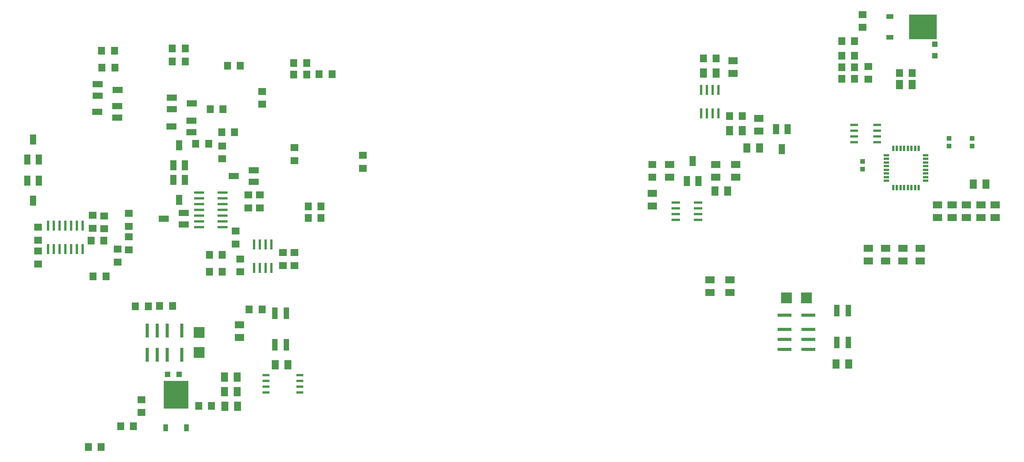
<source format=gtp>
%MOIN*%
%OFA0B0*%
%FSLAX34Y34*%
%IPPOS*%
%LPD*%
%AMOC8*
5,1,8,0,0,$1,22.5*%
%AMOC80*
5,1,8,0,0,$1,22.5*%
%ADD10R,0.070866141732283464X0.062992125984251982*%
%ADD11R,0.062992125984251982X0.070866141732283464*%
%ADD12R,0.023622047244094488X0.086614173228346469*%
%ADD13R,0.086614173228346469X0.023622047244094488*%
%ADD14R,0.031496062992125991X0.12204724409448819*%
%ADD15R,0.05X0.1*%
%ADD16R,0.062992125984251982X0.070984251968503942*%
%ADD17R,0.052000000000000005X0.086000000000000007*%
%ADD18R,0.070984251968503942X0.062992125984251982*%
%ADD19R,0.086000000000000007X0.052000000000000005*%
%ADD20R,0.07874015748031496X0.062992125984251982*%
%ADD21R,0.062992125984251982X0.07874015748031496*%
%ADD22R,0.03937007874015748X0.062992125984251982*%
%ADD23R,0.21259842519685043X0.24409448818897639*%
%ADD24R,0.061000000000000006X0.021*%
%ADD25R,0.094488188976377951X0.094488188976377951*%
%ADD26R,0.05X0.05*%
%ADD37R,0.03937007874015748X0.043307086614173235*%
%ADD38R,0.070866141732283464X0.062992125984251982*%
%ADD39R,0.062992125984251982X0.070866141732283464*%
%ADD40R,0.024000000000000004X0.087000000000000008*%
%ADD41R,0.062992125984251982X0.07874015748031496*%
%ADD42R,0.07874015748031496X0.062992125984251982*%
%ADD43R,0.052000000000000005X0.086000000000000007*%
%ADD44R,0.078000000000000014X0.022*%
%ADD45R,0.05X0.022*%
%ADD46R,0.022X0.05*%
%ADD47R,0.12204724409448819X0.031496062992125991*%
%ADD48R,0.05X0.1*%
%ADD49R,0.062992125984251982X0.03937007874015748*%
%ADD50R,0.24409448818897639X0.21259842519685043*%
%ADD51R,0.094488188976377951X0.094488188976377951*%
%ADD52R,0.05X0.05*%
%ADD53R,0.067716535433070865X0.023622047244094488*%
G75*
%LPD*%
G01*
D10*
X0011811Y0015354D02*
X0032356Y0033111D03*
X0032356Y0032008D03*
D11*
X0033149Y0028725D03*
X0034251Y0028725D03*
X0023112Y0018604D03*
X0022009Y0018604D03*
X0028759Y0020354D03*
X0029862Y0020354D03*
D10*
X0023811Y0019803D03*
X0023811Y0020905D03*
D12*
X0016203Y0033962D03*
X0016203Y0036009D03*
X0015703Y0033962D03*
X0016703Y0033962D03*
X0017203Y0033962D03*
X0015703Y0036009D03*
X0016703Y0036009D03*
X0017203Y0036009D03*
X0018203Y0033962D03*
X0018203Y0036009D03*
X0017703Y0033962D03*
X0018703Y0033962D03*
X0017703Y0036009D03*
X0018703Y0036009D03*
D13*
X0030834Y0036354D03*
X0028787Y0036354D03*
X0030834Y0035854D03*
X0030834Y0036854D03*
X0030834Y0037354D03*
X0028787Y0035854D03*
X0028787Y0036854D03*
X0028787Y0037354D03*
X0030834Y0038354D03*
X0028787Y0038354D03*
X0030834Y0037854D03*
X0030834Y0038854D03*
X0028787Y0037854D03*
X0028787Y0038854D03*
D12*
X0034561Y0034377D03*
X0034561Y0032330D03*
X0035061Y0034377D03*
X0034061Y0034377D03*
X0033561Y0034377D03*
X0035061Y0032330D03*
X0034061Y0032330D03*
X0033561Y0032330D03*
D14*
X0027307Y0026897D03*
X0026047Y0026897D03*
X0025181Y0026897D03*
X0024314Y0026897D03*
X0027307Y0024811D03*
X0026047Y0024811D03*
X0025181Y0024811D03*
X0024314Y0024811D03*
D15*
X0035362Y0025660D03*
X0036362Y0025660D03*
X0036362Y0028415D03*
X0035362Y0028415D03*
D16*
X0029690Y0033483D03*
X0030810Y0033483D03*
X0032370Y0049861D03*
X0031251Y0049861D03*
X0037001Y0050104D03*
X0038120Y0050104D03*
X0027599Y0050246D03*
X0026479Y0050246D03*
X0030870Y0046104D03*
X0029751Y0046104D03*
D17*
X0026559Y0041238D03*
X0027061Y0042970D03*
X0027562Y0041238D03*
D16*
X0038120Y0049104D03*
X0037001Y0049104D03*
D18*
X0034257Y0047649D03*
X0034257Y0046529D03*
X0030810Y0041794D03*
X0030810Y0042914D03*
D16*
X0031870Y0044104D03*
X0030751Y0044104D03*
D18*
X0037061Y0042770D03*
X0037061Y0041650D03*
X0043002Y0042096D03*
X0043002Y0040977D03*
D19*
X0033540Y0039785D03*
X0031808Y0040286D03*
X0033540Y0040787D03*
X0028127Y0044103D03*
X0026394Y0044604D03*
X0028127Y0045105D03*
D17*
X0027562Y0039970D03*
X0027061Y0038238D03*
X0026559Y0039970D03*
D18*
X0021729Y0033970D03*
X0021729Y0032850D03*
D16*
X0020732Y0031595D03*
X0019612Y0031595D03*
D17*
X0014912Y0039899D03*
X0014411Y0038166D03*
X0013909Y0039899D03*
X0013909Y0041725D03*
X0014411Y0043457D03*
X0014912Y0041725D03*
D18*
X0014831Y0032675D03*
X0014831Y0033795D03*
X0037061Y0032544D03*
X0037061Y0033664D03*
D16*
X0028501Y0043104D03*
X0029620Y0043104D03*
D19*
X0021704Y0045379D03*
X0019971Y0045880D03*
X0021704Y0046381D03*
X0019995Y0048270D03*
X0021728Y0047769D03*
X0019995Y0047268D03*
D18*
X0022696Y0035938D03*
X0022696Y0037058D03*
D16*
X0023281Y0029012D03*
X0024401Y0029012D03*
D19*
X0027477Y0036103D03*
X0025744Y0036604D03*
X0027477Y0037105D03*
D20*
X0032310Y0026303D03*
X0032310Y0027405D03*
D16*
X0029697Y0031995D03*
X0030816Y0031995D03*
D18*
X0036061Y0032544D03*
X0036061Y0033664D03*
X0031972Y0035526D03*
X0031972Y0034406D03*
D21*
X0032112Y0022854D03*
X0031009Y0022854D03*
D18*
X0034061Y0038664D03*
X0034061Y0037544D03*
D16*
X0039370Y0036664D03*
X0038251Y0036664D03*
X0039370Y0037672D03*
X0038251Y0037672D03*
D21*
X0031009Y0021604D03*
X0032112Y0021604D03*
X0035401Y0023942D03*
X0036503Y0023942D03*
D16*
X0026494Y0029044D03*
X0025375Y0029044D03*
D18*
X0033061Y0037544D03*
X0033061Y0038664D03*
X0014831Y0035856D03*
X0014831Y0034736D03*
X0022702Y0033917D03*
X0022702Y0035036D03*
X0020557Y0035725D03*
X0020557Y0036845D03*
X0019578Y0035765D03*
X0019578Y0036884D03*
D16*
X0020343Y0051177D03*
X0021462Y0051177D03*
D22*
X0025913Y0018464D03*
X0027708Y0018464D03*
D23*
X0026811Y0021338D03*
D24*
X0034601Y0023020D03*
X0034601Y0022520D03*
X0034601Y0022020D03*
X0034601Y0021520D03*
X0037521Y0021520D03*
X0037521Y0022020D03*
X0037521Y0022520D03*
X0037521Y0023020D03*
D19*
X0026444Y0047105D03*
X0028177Y0046604D03*
X0026444Y0046103D03*
D25*
X0028811Y0026720D03*
X0028811Y0024988D03*
D26*
X0026060Y0023104D03*
X0027061Y0023104D03*
D16*
X0020366Y0049690D03*
X0021486Y0049690D03*
X0040320Y0049125D03*
X0039200Y0049125D03*
D11*
X0019201Y0016809D03*
X0020303Y0016809D03*
D21*
X0032122Y0020329D03*
X0031019Y0020329D03*
D16*
X0020546Y0034708D03*
X0019426Y0034708D03*
X0026475Y0051378D03*
X0027595Y0051378D03*
G04 next file*
%LPD*%
G04 EAGLE Gerber RS-274X export*
G75*
G01*
D37*
X0062598Y0015748D02*
X0095848Y0043582D03*
X0095848Y0042913D03*
X0093848Y0043582D03*
X0093848Y0042913D03*
D38*
X0068098Y0041299D03*
X0068098Y0040196D03*
D39*
X0073649Y0050497D03*
X0072547Y0050497D03*
X0074797Y0045498D03*
X0075899Y0045498D03*
D40*
X0072348Y0045718D03*
X0072848Y0045718D03*
X0073348Y0045718D03*
X0073848Y0045718D03*
X0073848Y0047778D03*
X0073348Y0047778D03*
X0072848Y0047778D03*
X0072348Y0047778D03*
D41*
X0072547Y0049248D03*
X0073649Y0049248D03*
X0074797Y0044248D03*
X0075899Y0044248D03*
X0076297Y0042748D03*
X0077399Y0042748D03*
D42*
X0077348Y0045299D03*
X0077348Y0044196D03*
D43*
X0079849Y0044364D03*
X0079348Y0042631D03*
X0078847Y0044364D03*
D41*
X0090649Y0048248D03*
X0089547Y0048248D03*
D42*
X0075098Y0050299D03*
X0075098Y0049196D03*
X0069598Y0040196D03*
X0069598Y0041299D03*
D41*
X0073547Y0038998D03*
X0074649Y0038998D03*
D42*
X0074848Y0031299D03*
X0074848Y0030196D03*
X0068098Y0037696D03*
X0068098Y0038799D03*
X0075348Y0041299D03*
X0075348Y0040196D03*
X0073598Y0041299D03*
X0073598Y0040196D03*
D43*
X0071097Y0039881D03*
X0071598Y0041614D03*
X0072099Y0039881D03*
D44*
X0072068Y0036498D03*
X0072068Y0036998D03*
X0072068Y0037498D03*
X0072068Y0037998D03*
X0070128Y0037998D03*
X0070128Y0037498D03*
X0070128Y0036998D03*
X0070128Y0036498D03*
D45*
X0091788Y0039895D03*
X0091788Y0040210D03*
X0091788Y0040525D03*
X0091788Y0040840D03*
X0091788Y0041155D03*
X0091788Y0041470D03*
X0091788Y0041785D03*
X0091788Y0042100D03*
D46*
X0091200Y0042688D03*
X0090885Y0042688D03*
X0090570Y0042688D03*
X0090255Y0042688D03*
X0089940Y0042688D03*
X0089625Y0042688D03*
X0089311Y0042688D03*
X0088996Y0042688D03*
D45*
X0088408Y0042100D03*
X0088408Y0041785D03*
X0088408Y0041470D03*
X0088408Y0041155D03*
X0088408Y0040840D03*
X0088408Y0040525D03*
X0088408Y0040210D03*
X0088408Y0039895D03*
D46*
X0088996Y0039308D03*
X0089311Y0039308D03*
X0089625Y0039308D03*
X0089940Y0039308D03*
X0090255Y0039308D03*
X0090570Y0039308D03*
X0090885Y0039308D03*
X0091200Y0039308D03*
D42*
X0094098Y0036696D03*
X0094098Y0037799D03*
X0095348Y0036696D03*
X0095348Y0037799D03*
X0096598Y0036696D03*
X0096598Y0037799D03*
X0092848Y0036696D03*
X0092848Y0037799D03*
X0073098Y0030196D03*
X0073098Y0031299D03*
X0097848Y0036696D03*
X0097848Y0037799D03*
D47*
X0079555Y0028244D03*
X0079555Y0026984D03*
X0079555Y0026118D03*
X0079555Y0025251D03*
X0081641Y0028244D03*
X0081641Y0026984D03*
X0081641Y0026118D03*
X0081641Y0025251D03*
D48*
X0085098Y0028625D03*
X0084098Y0028625D03*
X0084098Y0025870D03*
X0085098Y0025870D03*
D42*
X0086848Y0034049D03*
X0086848Y0032946D03*
X0088348Y0032946D03*
X0088348Y0034049D03*
X0089848Y0032946D03*
X0089848Y0034049D03*
D39*
X0089547Y0049248D03*
X0090649Y0049248D03*
D38*
X0086348Y0054299D03*
X0086348Y0053196D03*
D49*
X0088708Y0054145D03*
X0088708Y0052350D03*
D50*
X0091582Y0053248D03*
D41*
X0084047Y0023998D03*
X0085149Y0023998D03*
D39*
X0084547Y0050748D03*
X0085649Y0050748D03*
X0084547Y0049748D03*
X0085649Y0049748D03*
X0084547Y0048748D03*
X0085649Y0048748D03*
D38*
X0086848Y0049799D03*
X0086848Y0048696D03*
D51*
X0079732Y0029748D03*
X0081464Y0029748D03*
D52*
X0092598Y0051748D03*
X0092598Y0050748D03*
D42*
X0091348Y0032946D03*
X0091348Y0034049D03*
D39*
X0085649Y0051998D03*
X0084547Y0051998D03*
D37*
X0086348Y0040913D03*
X0086348Y0041582D03*
D53*
X0087598Y0043248D03*
X0087598Y0043748D03*
X0087598Y0044248D03*
X0087598Y0044748D03*
X0085598Y0044748D03*
X0085598Y0044248D03*
X0085598Y0043748D03*
X0085598Y0043248D03*
D41*
X0095924Y0039588D03*
X0097027Y0039588D03*
M02*
</source>
